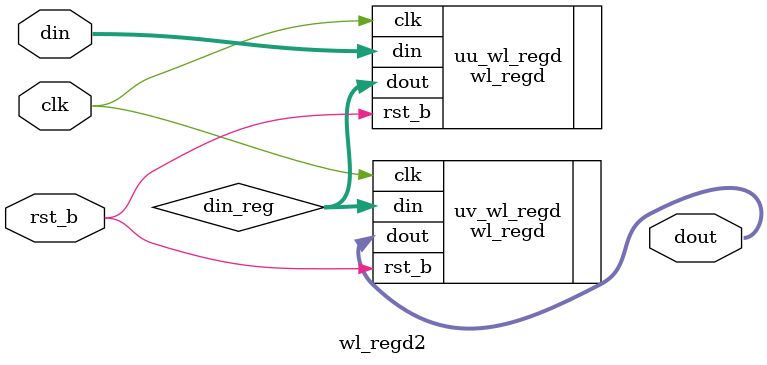
<source format=v>
`timescale 1ns / 1ps
module wl_regd2(
clk   ,
rst_b ,
din   ,
dout  );

parameter
        DW=8,
        OREG=1;

  
input   wire            clk   ;
input   wire            rst_b ;
input   wire  [DW-1:0]  din   ;
output  wire  [DW-1:0]  dout  ;


wire [DW-1:0]  din_reg;

wl_regd #(.DW(DW),.OREG(1)) uu_wl_regd(.clk(clk),.rst_b(rst_b),.din(din),.dout(din_reg));
wl_regd #(.DW(DW),.OREG(1)) uv_wl_regd(.clk(clk),.rst_b(rst_b),.din(din_reg),.dout(dout));



endmodule


</source>
